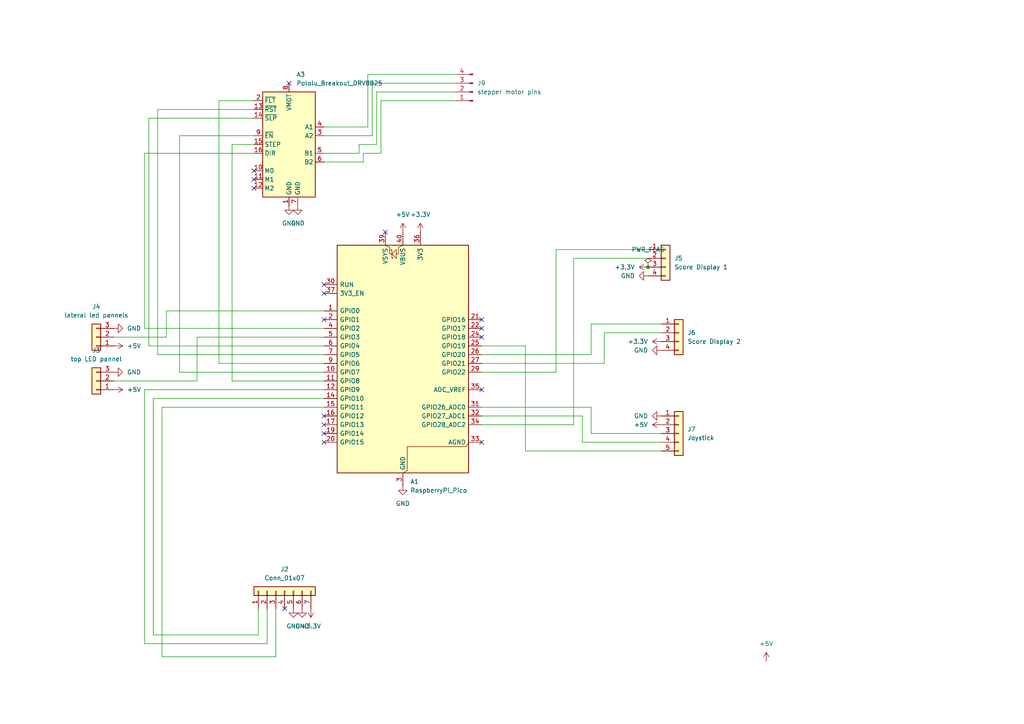
<source format=kicad_sch>
(kicad_sch (version 20250114) (generator "eeschema") (generator_version "9.0")
  (paper "A4")
  (lib_symbols
    (symbol "Conn_01x03_1" (pin_names (offset 1.016) (hide yes))
      (property "Reference" "J3" (at 0 -8.89 0))
      (property "Value" "top LED pannel" (at 0 -6.35 0))
      (symbol "Conn_01x03_1_1_1"
        (rectangle (start -1.27 3.81) (end 1.27 -3.81) (stroke (width 0.254)) (fill (type background)))
        (rectangle (start -1.27 2.667) (end 0 2.413) (stroke (width 0.1524)))
        (rectangle (start -1.27 0.127) (end 0 -0.127) (stroke (width 0.1524)))
        (rectangle (start -1.27 -2.413) (end 0 -2.667) (stroke (width 0.1524)))
        (pin passive line (at -5.08 2.54 0) (length 3.81) (name "VIN") (number "1"))
        (pin passive line (at -5.08 0 0) (length 3.81) (name "DIN_0") (number "2"))
        (pin passive line (at -5.08 -2.54 0) (length 3.81) (name "GND") (number "3"))
      )
    )
    (symbol "Conn_01x04_1" (pin_names (offset 1.016) (hide yes))
      (property "Reference" "J6" (at 2.54 0.0001 0))
      (property "Value" "Score Display 2" (at 2.54 -2.5399 0))
      (symbol "Conn_01x04_1_1_1"
        (rectangle (start -1.27 3.81) (end 1.27 -6.35) (stroke (width 0.254)) (fill (type background)))
        (rectangle (start -1.27 2.667) (end 0 2.413) (stroke (width 0.1524)))
        (rectangle (start -1.27 0.127) (end 0 -0.127) (stroke (width 0.1524)))
        (rectangle (start -1.27 -2.413) (end 0 -2.667) (stroke (width 0.1524)))
        (rectangle (start -1.27 -4.953) (end 0 -5.207) (stroke (width 0.1524)))
        (pin passive line (at -5.08 2.54 0) (length 3.81) (name "CLK") (number "1"))
        (pin passive line (at -5.08 0 0) (length 3.81) (name "DIO") (number "2"))
        (pin passive line (at -5.08 -2.54 0) (length 3.81) (name "VCC") (number "3"))
        (pin passive line (at -5.08 -5.08 0) (length 3.81) (name "GND") (number "4"))
      )
    )
    (symbol "Connector:Conn_01x04_Pin" (pin_names (offset 1.016) (hide yes))
      (property "Reference" "J9" (at -1.27 -2.5401 0))
      (property "Value" "stepper motor pins" (at -1.27 -0.0001 0))
      (symbol "Conn_01x04_Pin_1_1"
        (rectangle (start 0.8636 2.667) (end 0 2.413) (stroke (width 0.1524)) (fill (type outline)))
        (rectangle (start 0.8636 0.127) (end 0 -0.127) (stroke (width 0.1524)) (fill (type outline)))
        (rectangle (start 0.8636 -2.413) (end 0 -2.667) (stroke (width 0.1524)) (fill (type outline)))
        (rectangle (start 0.8636 -4.953) (end 0 -5.207) (stroke (width 0.1524)) (fill (type outline)))
        (polyline (pts (xy 1.27 2.54) (xy 0.8636 2.54)) (stroke (width 0.1524)))
        (polyline (pts (xy 1.27 0) (xy 0.8636 0)) (stroke (width 0.1524)))
        (polyline (pts (xy 1.27 -2.54) (xy 0.8636 -2.54)) (stroke (width 0.1524)))
        (polyline (pts (xy 1.27 -5.08) (xy 0.8636 -5.08)) (stroke (width 0.1524)))
        (pin passive line (at 5.08 2.54 180) (length 3.81) (name "B2") (number "1"))
        (pin passive line (at 5.08 0 180) (length 3.81) (name "B1") (number "2"))
        (pin passive line (at 5.08 -2.54 180) (length 3.81) (name "A2") (number "3"))
        (pin passive line (at 5.08 -5.08 180) (length 3.81) (name "A1") (number "4"))
      )
    )
    (symbol "Connector_Generic:Conn_01x03" (pin_names (offset 1.016) (hide yes))
      (property "Reference" "J4" (at 0 -8.89 0))
      (property "Value" "lateral led pannels" (at 0 -6.35 0))
      (symbol "Conn_01x03_1_1"
        (rectangle (start -1.27 3.81) (end 1.27 -3.81) (stroke (width 0.254)) (fill (type background)))
        (rectangle (start -1.27 2.667) (end 0 2.413) (stroke (width 0.1524)))
        (rectangle (start -1.27 0.127) (end 0 -0.127) (stroke (width 0.1524)))
        (rectangle (start -1.27 -2.413) (end 0 -2.667) (stroke (width 0.1524)))
        (pin passive line (at -5.08 2.54 0) (length 3.81) (name "VIN") (number "1"))
        (pin passive line (at -5.08 0 0) (length 3.81) (name "DIN_0") (number "2"))
        (pin passive line (at -5.08 -2.54 0) (length 3.81) (name "GND") (number "3"))
      )
    )
    (symbol "Connector_Generic:Conn_01x04" (pin_names (offset 1.016) (hide yes))
      (property "Reference" "J5" (at 2.54 0.0001 0))
      (property "Value" "Score Display 1" (at 2.54 -2.5399 0))
      (symbol "Conn_01x04_1_1"
        (rectangle (start -1.27 3.81) (end 1.27 -6.35) (stroke (width 0.254)) (fill (type background)))
        (rectangle (start -1.27 2.667) (end 0 2.413) (stroke (width 0.1524)))
        (rectangle (start -1.27 0.127) (end 0 -0.127) (stroke (width 0.1524)))
        (rectangle (start -1.27 -2.413) (end 0 -2.667) (stroke (width 0.1524)))
        (rectangle (start -1.27 -4.953) (end 0 -5.207) (stroke (width 0.1524)))
        (pin passive line (at -5.08 2.54 0) (length 3.81) (name "CLK") (number "1"))
        (pin passive line (at -5.08 0 0) (length 3.81) (name "DIO") (number "2"))
        (pin passive line (at -5.08 -2.54 0) (length 3.81) (name "VCC") (number "3"))
        (pin passive line (at -5.08 -5.08 0) (length 3.81) (name "GND") (number "4"))
      )
    )
    (symbol "Connector_Generic:Conn_01x05" (pin_names (offset 1.016) (hide yes))
      (property "Reference" "J7" (at 2.54 1.2701 0))
      (property "Value" "Joystick" (at 2.54 -1.2699 0))
      (symbol "Conn_01x05_1_1"
        (rectangle (start -1.27 6.35) (end 1.27 -6.35) (stroke (width 0.254)) (fill (type background)))
        (rectangle (start -1.27 5.207) (end 0 4.953) (stroke (width 0.1524)))
        (rectangle (start -1.27 2.667) (end 0 2.413) (stroke (width 0.1524)))
        (rectangle (start -1.27 0.127) (end 0 -0.127) (stroke (width 0.1524)))
        (rectangle (start -1.27 -2.413) (end 0 -2.667) (stroke (width 0.1524)))
        (rectangle (start -1.27 -4.953) (end 0 -5.207) (stroke (width 0.1524)))
        (pin passive line (at -5.08 5.08 0) (length 3.81) (name "GND") (number "1"))
        (pin passive line (at -5.08 2.54 0) (length 3.81) (name "+5V") (number "2"))
        (pin passive line (at -5.08 0 0) (length 3.81) (name "VRX") (number "3"))
        (pin passive line (at -5.08 -2.54 0) (length 3.81) (name "VRY") (number "4"))
        (pin passive line (at -5.08 -5.08 0) (length 3.81) (name "SW") (number "5"))
      )
    )
    (symbol "Connector_Generic:Conn_01x07" (pin_names (offset 1.016) (hide yes))
      (property "Reference" "J" (at 0 10.16 0))
      (property "Value" "Conn_01x07" (at 0 -10.16 0))
      (symbol "Conn_01x07_1_1"
        (rectangle (start -1.27 8.89) (end 1.27 -8.89) (stroke (width 0.254)) (fill (type background)))
        (rectangle (start -1.27 7.747) (end 0 7.493) (stroke (width 0.1524)))
        (rectangle (start -1.27 5.207) (end 0 4.953) (stroke (width 0.1524)))
        (rectangle (start -1.27 2.667) (end 0 2.413) (stroke (width 0.1524)))
        (rectangle (start -1.27 0.127) (end 0 -0.127) (stroke (width 0.1524)))
        (rectangle (start -1.27 -2.413) (end 0 -2.667) (stroke (width 0.1524)))
        (rectangle (start -1.27 -4.953) (end 0 -5.207) (stroke (width 0.1524)))
        (rectangle (start -1.27 -7.493) (end 0 -7.747) (stroke (width 0.1524)))
        (pin passive line (at -5.08 7.62 0) (length 3.81) (name "Pin_1") (number "1"))
        (pin passive line (at -5.08 5.08 0) (length 3.81) (name "Pin_2") (number "2"))
        (pin passive line (at -5.08 2.54 0) (length 3.81) (name "Pin_3") (number "3"))
        (pin passive line (at -5.08 0 0) (length 3.81) (name "Pin_4") (number "4"))
        (pin passive line (at -5.08 -2.54 0) (length 3.81) (name "Pin_5") (number "5"))
        (pin passive line (at -5.08 -5.08 0) (length 3.81) (name "Pin_6") (number "6"))
        (pin passive line (at -5.08 -7.62 0) (length 3.81) (name "Pin_7") (number "7"))
      )
    )
    (symbol "Driver_Motor:Pololu_Breakout_DRV8825"
      (property "Reference" "A" (at -2.54 16.51 0))
      (property "Value" "Pololu_Breakout_DRV8825" (at -2.54 13.97 0))
      (symbol "Pololu_Breakout_DRV8825_0_1"
        (rectangle (start 7.62 -17.78) (end -7.62 12.7) (stroke (width 0.254)) (fill (type background)))
      )
      (symbol "Pololu_Breakout_DRV8825_1_1"
        (pin output line (at -10.16 10.16 0) (length 2.54) (name "~{FLT}") (number "2"))
        (pin input line (at -10.16 7.62 0) (length 2.54) (name "~{RST}") (number "13"))
        (pin input line (at -10.16 5.08 0) (length 2.54) (name "~{SLP}") (number "14"))
        (pin input line (at -10.16 0 0) (length 2.54) (name "~{EN}") (number "9"))
        (pin input line (at -10.16 -2.54 0) (length 2.54) (name "STEP") (number "15"))
        (pin input line (at -10.16 -5.08 0) (length 2.54) (name "DIR") (number "16"))
        (pin input line (at -10.16 -10.16 0) (length 2.54) (name "M0") (number "10"))
        (pin input line (at -10.16 -12.7 0) (length 2.54) (name "M1") (number "11"))
        (pin input line (at -10.16 -15.24 0) (length 2.54) (name "M2") (number "12"))
        (pin power_in line (at 0 15.24 270) (length 2.54) (name "VMOT") (number "8"))
        (pin power_in line (at 0 -20.32 90) (length 2.54) (name "GND") (number "1"))
        (pin power_in line (at 2.54 -20.32 90) (length 2.54) (name "GND") (number "7"))
        (pin output line (at 10.16 2.54 180) (length 2.54) (name "A1") (number "4"))
        (pin output line (at 10.16 0 180) (length 2.54) (name "A2") (number "3"))
        (pin output line (at 10.16 -5.08 180) (length 2.54) (name "B1") (number "5"))
        (pin output line (at 10.16 -7.62 180) (length 2.54) (name "B2") (number "6"))
      )
    )
    (symbol "MCU_Module:RaspberryPi_Pico" (pin_names (offset 0.762))
      (property "Reference" "A" (at -19.05 35.56 0))
      (property "Value" "RaspberryPi_Pico" (at 7.62 35.56 0))
      (symbol "RaspberryPi_Pico_0_1"
        (rectangle (start -19.05 34.29) (end 19.05 -31.75) (stroke (width 0.254)) (fill (type background)))
        (polyline (pts (xy -5.08 34.29) (xy -3.81 33.655) (xy -3.81 31.75) (xy -3.175 31.75)))
        (polyline (pts (xy -3.429 32.766) (xy -3.429 33.02) (xy -3.175 33.02) (xy -3.175 30.48) (xy -2.921 30.48) (xy -2.921 30.734)))
        (polyline (pts (xy -3.175 31.75) (xy -1.905 33.02) (xy -1.905 30.48) (xy -3.175 31.75)))
        (polyline (pts (xy 0 34.29) (xy -1.27 33.655) (xy -1.27 31.75) (xy -1.905 31.75)))
        (polyline (pts (xy 0 -31.75) (xy 1.27 -31.115) (xy 1.27 -24.13) (xy 18.415 -24.13) (xy 19.05 -22.86)))
      )
      (symbol "RaspberryPi_Pico_1_1"
        (pin passive line (at -22.86 22.86 0) (length 3.81) (name "RUN") (number "30"))
        (pin passive line (at -22.86 20.32 0) (length 3.81) (name "3V3_EN") (number "37"))
        (pin bidirectional line (at -22.86 15.24 0) (length 3.81) (name "GPIO0") (number "1"))
        (pin bidirectional line (at -22.86 12.7 0) (length 3.81) (name "GPIO1") (number "2"))
        (pin bidirectional line (at -22.86 10.16 0) (length 3.81) (name "GPIO2") (number "4"))
        (pin bidirectional line (at -22.86 7.62 0) (length 3.81) (name "GPIO3") (number "5"))
        (pin bidirectional line (at -22.86 5.08 0) (length 3.81) (name "GPIO4") (number "6"))
        (pin bidirectional line (at -22.86 2.54 0) (length 3.81) (name "GPIO5") (number "7"))
        (pin bidirectional line (at -22.86 0 0) (length 3.81) (name "GPIO6") (number "9"))
        (pin bidirectional line (at -22.86 -2.54 0) (length 3.81) (name "GPIO7") (number "10"))
        (pin bidirectional line (at -22.86 -5.08 0) (length 3.81) (name "GPIO8") (number "11"))
        (pin bidirectional line (at -22.86 -7.62 0) (length 3.81) (name "GPIO9") (number "12"))
        (pin bidirectional line (at -22.86 -10.16 0) (length 3.81) (name "GPIO10") (number "14"))
        (pin bidirectional line (at -22.86 -12.7 0) (length 3.81) (name "GPIO11") (number "15"))
        (pin bidirectional line (at -22.86 -15.24 0) (length 3.81) (name "GPIO12") (number "16"))
        (pin bidirectional line (at -22.86 -17.78 0) (length 3.81) (name "GPIO13") (number "17"))
        (pin bidirectional line (at -22.86 -20.32 0) (length 3.81) (name "GPIO14") (number "19"))
        (pin bidirectional line (at -22.86 -22.86 0) (length 3.81) (name "GPIO15") (number "20"))
        (pin power_in line (at -5.08 38.1 270) (length 3.81) (name "VSYS") (number "39"))
        (pin power_out line (at 0 38.1 270) (length 3.81) (name "VBUS") (number "40"))
        (pin passive line (at 0 -35.56 90) (length 3.81) (hide yes) (name "GND") (number "13"))
        (pin passive line (at 0 -35.56 90) (length 3.81) (hide yes) (name "GND") (number "18"))
        (pin passive line (at 0 -35.56 90) (length 3.81) (hide yes) (name "GND") (number "23"))
        (pin passive line (at 0 -35.56 90) (length 3.81) (hide yes) (name "GND") (number "28"))
        (pin power_out line (at 0 -35.56 90) (length 3.81) (name "GND") (number "3"))
        (pin passive line (at 0 -35.56 90) (length 3.81) (hide yes) (name "GND") (number "38"))
        (pin passive line (at 0 -35.56 90) (length 3.81) (hide yes) (name "GND") (number "8"))
        (pin power_out line (at 5.08 38.1 270) (length 3.81) (name "3V3") (number "36"))
        (pin bidirectional line (at 22.86 12.7 180) (length 3.81) (name "GPIO16") (number "21"))
        (pin bidirectional line (at 22.86 10.16 180) (length 3.81) (name "GPIO17") (number "22"))
        (pin bidirectional line (at 22.86 7.62 180) (length 3.81) (name "GPIO18") (number "24"))
        (pin bidirectional line (at 22.86 5.08 180) (length 3.81) (name "GPIO19") (number "25"))
        (pin bidirectional line (at 22.86 2.54 180) (length 3.81) (name "GPIO20") (number "26"))
        (pin bidirectional line (at 22.86 0 180) (length 3.81) (name "GPIO21") (number "27"))
        (pin bidirectional line (at 22.86 -2.54 180) (length 3.81) (name "GPIO22") (number "29"))
        (pin power_in line (at 22.86 -7.62 180) (length 3.81) (name "ADC_VREF") (number "35"))
        (pin bidirectional line (at 22.86 -12.7 180) (length 3.81) (name "GPIO26_ADC0") (number "31"))
        (pin bidirectional line (at 22.86 -15.24 180) (length 3.81) (name "GPIO27_ADC1") (number "32"))
        (pin bidirectional line (at 22.86 -17.78 180) (length 3.81) (name "GPIO28_ADC2") (number "34"))
        (pin power_out line (at 22.86 -22.86 180) (length 3.81) (name "AGND") (number "33"))
      )
    )
    (symbol "power:+3.3V" (power) (pin_numbers (hide yes)) (pin_names (offset 0) (hide yes))
      (property "Value" "+3.3V" (at 0 3.556 0))
      (symbol "+3.3V_0_1"
        (polyline (pts (xy -0.762 1.27) (xy 0 2.54)))
        (polyline (pts (xy 0 2.54) (xy 0.762 1.27)))
        (polyline (pts (xy 0 0) (xy 0 2.54)))
      )
      (symbol "+3.3V_1_1"
        (pin power_in line (at 0 0 90) (length 0) (name "~") (number "1"))
      )
    )
    (symbol "power:+5V" (power) (pin_numbers (hide yes)) (pin_names (offset 0) (hide yes))
      (property "Value" "+5V" (at 0 3.556 0))
      (symbol "+5V_0_1"
        (polyline (pts (xy -0.762 1.27) (xy 0 2.54)))
        (polyline (pts (xy 0 2.54) (xy 0.762 1.27)))
        (polyline (pts (xy 0 0) (xy 0 2.54)))
      )
      (symbol "+5V_1_1"
        (pin power_in line (at 0 0 90) (length 0) (name "~") (number "1"))
      )
    )
    (symbol "power:GND" (power) (pin_numbers (hide yes)) (pin_names (offset 0) (hide yes))
      (property "Value" "GND" (at 0 -3.81 0))
      (symbol "GND_0_1"
        (polyline (pts (xy 0 0) (xy 0 -1.27) (xy 1.27 -1.27) (xy 0 -2.54) (xy -1.27 -1.27) (xy 0 -1.27)))
      )
      (symbol "GND_1_1"
        (pin power_in line (at 0 0 270) (length 0) (name "~") (number "1"))
      )
    )
    (symbol "power:PWR_FLAG" (power) (pin_numbers (hide yes)) (pin_names (offset 0) (hide yes))
      (property "Value" "PWR_FLAG" (at 0 3.81 0))
      (symbol "PWR_FLAG_0_0"
        (pin power_out line (at 0 0 90) (length 0) (name "~") (number "1"))
      )
      (symbol "PWR_FLAG_0_1"
        (polyline (pts (xy 0 0) (xy 0 1.27) (xy -1.016 1.905) (xy 0 2.54) (xy 1.016 1.905) (xy 0 1.27)))
      )
    )
  )
  (junction (at 187.96 77.47))
  (no_connect (at 82.55 176.53))
  (no_connect (at 139.7 92.71))
  (no_connect (at 139.7 95.25))
  (no_connect (at 73.66 52.07))
  (no_connect (at 93.98 92.71))
  (no_connect (at 93.98 120.65))
  (no_connect (at 139.7 113.03))
  (no_connect (at 139.7 97.79))
  (no_connect (at 93.98 82.55))
  (no_connect (at 93.98 123.19))
  (no_connect (at 73.66 54.61))
  (no_connect (at 139.7 128.27))
  (no_connect (at 93.98 128.27))
  (no_connect (at 73.66 49.53))
  (no_connect (at 111.76 67.31))
  (no_connect (at 83.82 24.13))
  (no_connect (at 93.98 125.73))
  (no_connect (at 93.98 85.09))
  (wire (pts (xy 63.5 105.41) (xy 63.5 29.21)))
  (wire (pts (xy 93.98 115.57) (xy 44.45 115.57)))
  (wire (pts (xy 171.45 118.11) (xy 139.7 118.11)))
  (wire (pts (xy 41.91 113.03) (xy 41.91 186.69)))
  (wire (pts (xy 44.45 184.15) (xy 74.93 184.15)))
  (wire (pts (xy 46.99 190.5) (xy 80.01 190.5)))
  (wire (pts (xy 171.45 125.73) (xy 171.45 118.11)))
  (wire (pts (xy 110.49 44.45) (xy 105.41 44.45)))
  (wire (pts (xy 41.91 186.69) (xy 77.47 186.69)))
  (wire (pts (xy 67.31 41.91) (xy 67.31 110.49)))
  (wire (pts (xy 104.14 41.91) (xy 109.22 41.91)))
  (wire (pts (xy 93.98 118.11) (xy 46.99 118.11)))
  (wire (pts (xy 43.18 34.29) (xy 43.18 100.33)))
  (wire (pts (xy 93.98 44.45) (xy 104.14 44.45)))
  (wire (pts (xy 93.98 95.25) (xy 41.91 95.25)))
  (wire (pts (xy 52.07 39.37) (xy 52.07 107.95)))
  (wire (pts (xy 191.77 128.27) (xy 168.91 128.27)))
  (wire (pts (xy 93.98 100.33) (xy 43.18 100.33)))
  (wire (pts (xy 93.98 113.03) (xy 41.91 113.03)))
  (wire (pts (xy 67.31 41.91) (xy 73.66 41.91)))
  (wire (pts (xy 109.22 26.67) (xy 109.22 41.91)))
  (wire (pts (xy 45.72 31.75) (xy 73.66 31.75)))
  (wire (pts (xy 132.08 26.67) (xy 109.22 26.67)))
  (wire (pts (xy 171.45 93.98) (xy 191.77 93.98)))
  (wire (pts (xy 106.68 21.59) (xy 106.68 36.83)))
  (wire (pts (xy 48.26 97.79) (xy 48.26 90.17)))
  (wire (pts (xy 57.15 110.49) (xy 57.15 97.79)))
  (wire (pts (xy 161.29 72.39) (xy 187.96 72.39)))
  (wire (pts (xy 191.77 130.81) (xy 152.4 130.81)))
  (wire (pts (xy 139.7 102.87) (xy 171.45 102.87)))
  (wire (pts (xy 168.91 128.27) (xy 168.91 120.65)))
  (wire (pts (xy 46.99 118.11) (xy 46.99 190.5)))
  (wire (pts (xy 152.4 100.33) (xy 139.7 100.33)))
  (wire (pts (xy 57.15 97.79) (xy 93.98 97.79)))
  (wire (pts (xy 93.98 107.95) (xy 52.07 107.95)))
  (wire (pts (xy 166.37 74.93) (xy 187.96 74.93)))
  (wire (pts (xy 74.93 184.15) (xy 74.93 176.53)))
  (wire (pts (xy 175.26 105.41) (xy 175.26 96.52)))
  (wire (pts (xy 93.98 102.87) (xy 45.72 102.87)))
  (wire (pts (xy 107.95 24.13) (xy 107.95 39.37)))
  (wire (pts (xy 132.08 24.13) (xy 107.95 24.13)))
  (wire (pts (xy 41.91 44.45) (xy 73.66 44.45)))
  (wire (pts (xy 105.41 46.99) (xy 105.41 44.45)))
  (wire (pts (xy 33.02 97.79) (xy 48.26 97.79)))
  (wire (pts (xy 191.77 125.73) (xy 171.45 125.73)))
  (wire (pts (xy 48.26 90.17) (xy 93.98 90.17)))
  (wire (pts (xy 93.98 46.99) (xy 105.41 46.99)))
  (wire (pts (xy 132.08 29.21) (xy 110.49 29.21)))
  (wire (pts (xy 152.4 130.81) (xy 152.4 100.33)))
  (wire (pts (xy 139.7 107.95) (xy 161.29 107.95)))
  (wire (pts (xy 93.98 105.41) (xy 63.5 105.41)))
  (wire (pts (xy 93.98 39.37) (xy 107.95 39.37)))
  (wire (pts (xy 139.7 123.19) (xy 166.37 123.19)))
  (wire (pts (xy 77.47 186.69) (xy 77.47 176.53)))
  (wire (pts (xy 175.26 96.52) (xy 191.77 96.52)))
  (wire (pts (xy 166.37 123.19) (xy 166.37 74.93)))
  (wire (pts (xy 93.98 36.83) (xy 106.68 36.83)))
  (wire (pts (xy 161.29 107.95) (xy 161.29 72.39)))
  (wire (pts (xy 132.08 21.59) (xy 106.68 21.59)))
  (wire (pts (xy 93.98 110.49) (xy 67.31 110.49)))
  (wire (pts (xy 104.14 44.45) (xy 104.14 41.91)))
  (wire (pts (xy 139.7 105.41) (xy 175.26 105.41)))
  (wire (pts (xy 80.01 190.5) (xy 80.01 176.53)))
  (wire (pts (xy 43.18 34.29) (xy 73.66 34.29)))
  (wire (pts (xy 168.91 120.65) (xy 139.7 120.65)))
  (wire (pts (xy 63.5 29.21) (xy 73.66 29.21)))
  (wire (pts (xy 110.49 29.21) (xy 110.49 44.45)))
  (wire (pts (xy 44.45 115.57) (xy 44.45 184.15)))
  (wire (pts (xy 45.72 31.75) (xy 45.72 102.87)))
  (wire (pts (xy 171.45 102.87) (xy 171.45 93.98)))
  (wire (pts (xy 41.91 95.25) (xy 41.91 44.45)))
  (wire (pts (xy 33.02 110.49) (xy 57.15 110.49)))
  (wire (pts (xy 52.07 39.37) (xy 73.66 39.37)))
  (symbol (lib_id "Connector:Conn_01x04_Pin") (at 137.16 26.67 180) (unit 1)
    (property "Reference" "J9" (at 138.43 24.1299 0) (effects (justify right)))
    (property "Value" "stepper motor pins" (at 138.43 26.6699 0) (effects (justify right)))
    (property "Footprint" "Connector_PinHeader_2.54mm:PinHeader_1x04_P2.54mm_Vertical" (effects (hide yes)))
    (property "Description" "Generic connector, single row, 01x04, script generated" (effects (hide yes)))
  )
  (symbol (lib_id "power:PWR_FLAG") (at 187.96 77.47 0) (unit 1)
    (property "Reference" "#FLG01" (effects (hide yes)))
    (property "Value" "PWR_FLAG" (at 187.96 72.39 0))
    (property "Description" "Special symbol for telling ERC where power comes from" (effects (hide yes)))
  )
  (symbol (lib_name "Conn_01x03_1") (lib_id "Connector_Generic:Conn_01x03") (at 27.94 110.49 180) (unit 1)
    (property "Reference" "J3" (at 27.94 101.6 0))
    (property "Value" "top LED pannel" (at 27.94 104.14 0))
    (property "Footprint" "Connector_PinHeader_2.54mm:PinHeader_1x03_P2.54mm_Vertical" (effects (hide yes)))
    (property "Description" "Generic connector, single row, 01x03, script generated (kicad-library-utils/schlib/autogen/connector/)" (effects (hide yes)))
  )
  (symbol (lib_id "power:+5V") (at 191.77 123.19 90) (unit 1)
    (property "Reference" "#PWR016" (effects (hide yes)))
    (property "Value" "+5V" (at 187.96 123.1899 90) (effects (justify left)))
    (property "Description" "Power symbol creates a global label with name \"+5V\"" (effects (hide yes)))
  )
  (symbol (lib_id "power:GND") (at 116.84 140.97 0) (unit 1)
    (property "Reference" "#PWR03" (effects (hide yes)))
    (property "Value" "GND" (at 116.84 146.05 0))
    (property "Description" "Power symbol creates a global label with name \"GND\" , ground" (effects (hide yes)))
  )
  (symbol (lib_id "Connector_Generic:Conn_01x03") (at 27.94 97.79 180) (unit 1)
    (property "Reference" "J4" (at 27.94 88.9 0))
    (property "Value" "lateral led pannels" (at 27.94 91.44 0))
    (property "Footprint" "Connector_PinHeader_2.54mm:PinHeader_1x03_P2.54mm_Vertical" (effects (hide yes)))
    (property "Description" "Generic connector, single row, 01x03, script generated (kicad-library-utils/schlib/autogen/connector/)" (effects (hide yes)))
  )
  (symbol (lib_id "MCU_Module:RaspberryPi_Pico") (at 116.84 105.41 0) (unit 1)
    (property "Reference" "A1" (at 118.9833 139.7 0) (effects (justify left)))
    (property "Value" "RaspberryPi_Pico" (at 118.9833 142.24 0) (effects (justify left)))
    (property "Footprint" "Module:RaspberryPi_Pico_Common_Unspecified" (effects (hide yes)))
    (property "Datasheet" "https://datasheets.raspberrypi.com/pico/pico-datasheet.pdf" (effects (hide yes)))
    (property "Description" "Versatile and inexpensive microcontroller module powered by RP2040 dual-core Arm Cortex-M0+ processor up to 133 MHz, 264kB SRAM, 2MB QSPI flash; also supports Raspberry Pi Pico 2" (effects (hide yes)))
  )
  (symbol (lib_id "power:+5V") (at 116.84 67.31 0) (unit 1)
    (property "Reference" "#PWR02" (effects (hide yes)))
    (property "Value" "+5V" (at 116.84 62.23 0))
    (property "Description" "Power symbol creates a global label with name \"+5V\"" (effects (hide yes)))
  )
  (symbol (lib_id "power:GND") (at 33.02 95.25 90) (unit 1)
    (property "Reference" "#PWR05" (effects (hide yes)))
    (property "Value" "GND" (at 36.83 95.2499 90) (effects (justify right)))
    (property "Description" "Power symbol creates a global label with name \"GND\" , ground" (effects (hide yes)))
  )
  (symbol (lib_id "power:GND") (at 83.82 59.69 0) (unit 1)
    (property "Reference" "#PWR020" (effects (hide yes)))
    (property "Value" "GND" (at 83.82 64.77 0))
    (property "Description" "Power symbol creates a global label with name \"GND\" , ground" (effects (hide yes)))
  )
  (symbol (lib_id "power:GND") (at 85.09 176.53 0) (unit 1)
    (property "Reference" "#PWR019" (effects (hide yes)))
    (property "Value" "GND" (at 85.09 181.61 0))
    (property "Description" "Power symbol creates a global label with name \"GND\" , ground" (effects (hide yes)))
  )
  (symbol (lib_id "power:GND") (at 86.36 59.69 0) (unit 1)
    (property "Reference" "#PWR021" (effects (hide yes)))
    (property "Value" "GND" (at 86.36 64.77 0))
    (property "Description" "Power symbol creates a global label with name \"GND\" , ground" (effects (hide yes)))
  )
  (symbol (lib_id "power:GND") (at 87.63 176.53 0) (unit 1)
    (property "Reference" "#PWR017" (effects (hide yes)))
    (property "Value" "GND" (at 87.63 181.61 0))
    (property "Description" "Power symbol creates a global label with name \"GND\" , ground" (effects (hide yes)))
  )
  (symbol (lib_id "power:+5V") (at 33.02 100.33 270) (unit 1)
    (property "Reference" "#PWR08" (effects (hide yes)))
    (property "Value" "+5V" (at 36.83 100.3299 90) (effects (justify left)))
    (property "Description" "Power symbol creates a global label with name \"+5V\"" (effects (hide yes)))
  )
  (symbol (lib_id "power:+3.3V") (at 187.96 77.47 90) (unit 1)
    (property "Reference" "#PWR013" (effects (hide yes)))
    (property "Value" "+3.3V" (at 184.15 77.4699 90) (effects (justify left)))
    (property "Description" "Power symbol creates a global label with name \"+3.3V\"" (effects (hide yes)))
  )
  (symbol (lib_id "power:+3.3V") (at 90.17 176.53 180) (unit 1)
    (property "Reference" "#PWR018" (effects (hide yes)))
    (property "Value" "+3.3V" (at 90.17 181.61 0))
    (property "Description" "Power symbol creates a global label with name \"+3.3V\"" (effects (hide yes)))
  )
  (symbol (lib_name "Conn_01x04_1") (lib_id "Connector_Generic:Conn_01x04") (at 196.85 96.52 0) (unit 1)
    (property "Reference" "J6" (at 199.39 96.5199 0) (effects (justify left)))
    (property "Value" "Score Display 2" (at 199.39 99.0599 0) (effects (justify left)))
    (property "Footprint" "Connector_PinHeader_2.54mm:PinHeader_1x04_P2.54mm_Vertical" (effects (hide yes)))
    (property "Description" "Generic connector, single row, 01x04, script generated (kicad-library-utils/schlib/autogen/connector/)" (effects (hide yes)))
  )
  (symbol (lib_id "power:+3.3V") (at 121.92 67.31 0) (unit 1)
    (property "Reference" "#PWR01" (effects (hide yes)))
    (property "Value" "+3.3V" (at 121.92 62.23 0))
    (property "Description" "Power symbol creates a global label with name \"+3.3V\"" (effects (hide yes)))
  )
  (symbol (lib_id "power:GND") (at 191.77 120.65 270) (unit 1)
    (property "Reference" "#PWR015" (effects (hide yes)))
    (property "Value" "GND" (at 187.96 120.6499 90) (effects (justify right)))
    (property "Description" "Power symbol creates a global label with name \"GND\" , ground" (effects (hide yes)))
  )
  (symbol (lib_id "power:+5V") (at 222.25 191.77 0) (unit 1)
    (property "Reference" "#PWR06" (effects (hide yes)))
    (property "Value" "+5V" (at 222.25 186.69 0))
    (property "Description" "Power symbol creates a global label with name \"+5V\"" (effects (hide yes)))
  )
  (symbol (lib_id "power:+3.3V") (at 191.77 99.06 90) (unit 1)
    (property "Reference" "#PWR014" (effects (hide yes)))
    (property "Value" "+3.3V" (at 187.96 99.0599 90) (effects (justify left)))
    (property "Description" "Power symbol creates a global label with name \"+3.3V\"" (effects (hide yes)))
  )
  (symbol (lib_id "Driver_Motor:Pololu_Breakout_DRV8825") (at 83.82 39.37 0) (unit 1)
    (property "Reference" "A3" (at 85.9633 21.59 0) (effects (justify left)))
    (property "Value" "Pololu_Breakout_DRV8825" (at 85.9633 24.13 0) (effects (justify left)))
    (property "Footprint" "Module:Pololu_Breakout-16_15.2x20.3mm" (effects (hide yes)))
    (property "Datasheet" "https://www.pololu.com/product/2982" (effects (hide yes)))
    (property "Description" "Pololu Breakout Board, Stepper Driver DRV8825" (effects (hide yes)))
  )
  (symbol (lib_id "Connector_Generic:Conn_01x07") (at 82.55 171.45 90) (unit 1)
    (property "Reference" "J2" (at 82.55 165.1 90))
    (property "Value" "Conn_01x07" (at 82.55 167.64 90))
    (property "Footprint" "Connector_PinHeader_2.54mm:PinHeader_1x07_P2.54mm_Vertical" (effects (hide yes)))
    (property "Description" "Generic connector, single row, 01x07, script generated (kicad-library-utils/schlib/autogen/connector/)" (effects (hide yes)))
  )
  (symbol (lib_id "Connector_Generic:Conn_01x05") (at 196.85 125.73 0) (unit 1)
    (property "Reference" "J7" (at 199.39 124.4599 0) (effects (justify left)))
    (property "Value" "Joystick" (at 199.39 126.9999 0) (effects (justify left)))
    (property "Footprint" "Connector_PinHeader_2.54mm:PinHeader_1x05_P2.54mm_Vertical" (effects (hide yes)))
    (property "Description" "Generic connector, single row, 01x05, script generated (kicad-library-utils/schlib/autogen/connector/)" (effects (hide yes)))
  )
  (symbol (lib_id "power:GND") (at 33.02 107.95 90) (unit 1)
    (property "Reference" "#PWR04" (effects (hide yes)))
    (property "Value" "GND" (at 36.83 107.9499 90) (effects (justify right)))
    (property "Description" "Power symbol creates a global label with name \"GND\" , ground" (effects (hide yes)))
  )
  (symbol (lib_id "power:+5V") (at 33.02 113.03 270) (unit 1)
    (property "Reference" "#PWR07" (effects (hide yes)))
    (property "Value" "+5V" (at 36.83 113.0299 90) (effects (justify left)))
    (property "Description" "Power symbol creates a global label with name \"+5V\"" (effects (hide yes)))
  )
  (symbol (lib_id "Connector_Generic:Conn_01x04") (at 193.04 74.93 0) (unit 1)
    (property "Reference" "J5" (at 195.58 74.9299 0) (effects (justify left)))
    (property "Value" "Score Display 1" (at 195.58 77.4699 0) (effects (justify left)))
    (property "Footprint" "Connector_PinHeader_2.54mm:PinHeader_1x04_P2.54mm_Vertical" (effects (hide yes)))
    (property "Description" "Generic connector, single row, 01x04, script generated (kicad-library-utils/schlib/autogen/connector/)" (effects (hide yes)))
  )
  (symbol (lib_id "power:GND") (at 191.77 101.6 270) (unit 1)
    (property "Reference" "#PWR012" (effects (hide yes)))
    (property "Value" "GND" (at 187.96 101.5999 90) (effects (justify right)))
    (property "Description" "Power symbol creates a global label with name \"GND\" , ground" (effects (hide yes)))
  )
  (symbol (lib_id "power:GND") (at 187.96 80.01 270) (unit 1)
    (property "Reference" "#PWR011" (effects (hide yes)))
    (property "Value" "GND" (at 184.15 80.0099 90) (effects (justify right)))
    (property "Description" "Power symbol creates a global label with name \"GND\" , ground" (effects (hide yes)))
  )
)
</source>
